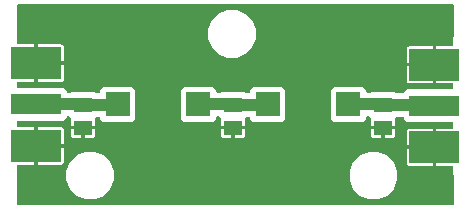
<source format=gbr>
G04 EAGLE Gerber RS-274X export*
G75*
%MOMM*%
%FSLAX34Y34*%
%LPD*%
%INTop Copper*%
%IPPOS*%
%AMOC8*
5,1,8,0,0,1.08239X$1,22.5*%
G01*
%ADD10R,4.191000X1.778000*%
%ADD11R,4.191000X2.667000*%
%ADD12R,2.000000X2.000000*%
%ADD13R,1.500000X1.300000*%
%ADD14C,1.500000*%
%ADD15C,1.000000*%

G36*
X374194Y5085D02*
X374194Y5085D01*
X374219Y5082D01*
X374314Y5104D01*
X374411Y5120D01*
X374432Y5132D01*
X374456Y5138D01*
X374540Y5189D01*
X374626Y5235D01*
X374643Y5253D01*
X374664Y5266D01*
X374726Y5342D01*
X374793Y5413D01*
X374803Y5436D01*
X374819Y5455D01*
X374853Y5546D01*
X374894Y5636D01*
X374896Y5660D01*
X374905Y5683D01*
X374919Y5830D01*
X374919Y30335D01*
X374903Y30431D01*
X374894Y30528D01*
X374884Y30551D01*
X374880Y30576D01*
X374834Y30662D01*
X374793Y30751D01*
X374772Y30776D01*
X374765Y30791D01*
X374746Y30808D01*
X374700Y30865D01*
X374649Y30916D01*
X374649Y37329D01*
X374647Y37342D01*
X374648Y37347D01*
X374646Y37356D01*
X374648Y37378D01*
X374626Y37473D01*
X374610Y37570D01*
X374598Y37591D01*
X374592Y37615D01*
X374541Y37699D01*
X374495Y37785D01*
X374477Y37802D01*
X374464Y37823D01*
X374388Y37885D01*
X374317Y37952D01*
X374294Y37962D01*
X374275Y37978D01*
X374184Y38012D01*
X374094Y38053D01*
X374070Y38055D01*
X374047Y38064D01*
X373900Y38078D01*
X360075Y38078D01*
X360075Y53204D01*
X360071Y53228D01*
X360074Y53252D01*
X360051Y53348D01*
X360035Y53445D01*
X360024Y53466D01*
X360018Y53490D01*
X359967Y53573D01*
X359920Y53660D01*
X359903Y53677D01*
X359890Y53697D01*
X359814Y53760D01*
X359742Y53827D01*
X359720Y53837D01*
X359701Y53852D01*
X359610Y53887D01*
X359520Y53928D01*
X359496Y53930D01*
X359473Y53939D01*
X359326Y53953D01*
X358575Y53953D01*
X358575Y53955D01*
X359326Y53955D01*
X359350Y53959D01*
X359374Y53956D01*
X359470Y53979D01*
X359567Y53995D01*
X359588Y54006D01*
X359612Y54012D01*
X359695Y54063D01*
X359782Y54110D01*
X359799Y54127D01*
X359819Y54140D01*
X359882Y54216D01*
X359949Y54288D01*
X359959Y54310D01*
X359974Y54329D01*
X360009Y54420D01*
X360050Y54510D01*
X360052Y54534D01*
X360061Y54557D01*
X360075Y54704D01*
X360075Y69830D01*
X373900Y69830D01*
X373924Y69834D01*
X373949Y69831D01*
X374044Y69853D01*
X374141Y69869D01*
X374162Y69881D01*
X374186Y69887D01*
X374270Y69938D01*
X374356Y69984D01*
X374373Y70002D01*
X374394Y70015D01*
X374456Y70091D01*
X374523Y70162D01*
X374533Y70185D01*
X374549Y70204D01*
X374583Y70295D01*
X374624Y70385D01*
X374626Y70409D01*
X374635Y70432D01*
X374649Y70579D01*
X374649Y74180D01*
X374645Y74204D01*
X374648Y74229D01*
X374626Y74324D01*
X374610Y74421D01*
X374598Y74442D01*
X374592Y74466D01*
X374541Y74550D01*
X374495Y74636D01*
X374477Y74653D01*
X374464Y74674D01*
X374388Y74736D01*
X374317Y74803D01*
X374294Y74813D01*
X374275Y74829D01*
X374184Y74863D01*
X374094Y74904D01*
X374070Y74906D01*
X374047Y74915D01*
X373900Y74929D01*
X335517Y74929D01*
X332540Y77906D01*
X332540Y78680D01*
X332536Y78704D01*
X332539Y78729D01*
X332517Y78824D01*
X332501Y78921D01*
X332489Y78942D01*
X332483Y78966D01*
X332432Y79050D01*
X332386Y79136D01*
X332368Y79153D01*
X332355Y79174D01*
X332279Y79236D01*
X332208Y79303D01*
X332185Y79313D01*
X332166Y79329D01*
X332075Y79363D01*
X331985Y79404D01*
X331961Y79406D01*
X331938Y79415D01*
X331791Y79429D01*
X326375Y79429D01*
X326278Y79413D01*
X326182Y79404D01*
X326159Y79394D01*
X326134Y79390D01*
X326048Y79344D01*
X325959Y79303D01*
X325934Y79282D01*
X325919Y79275D01*
X325902Y79256D01*
X325845Y79210D01*
X325091Y78456D01*
X325048Y78396D01*
X324998Y78343D01*
X324978Y78298D01*
X324949Y78257D01*
X324927Y78187D01*
X324897Y78120D01*
X324892Y78071D01*
X324878Y78024D01*
X324880Y77950D01*
X324873Y77878D01*
X324885Y77805D01*
X324886Y77780D01*
X324892Y77764D01*
X324897Y77732D01*
X325001Y77344D01*
X325001Y72009D01*
X315710Y72009D01*
X315686Y72005D01*
X315662Y72008D01*
X315566Y71985D01*
X315469Y71969D01*
X315448Y71958D01*
X315424Y71952D01*
X315341Y71901D01*
X315254Y71854D01*
X315237Y71837D01*
X315217Y71824D01*
X315154Y71748D01*
X315087Y71676D01*
X315077Y71654D01*
X315062Y71635D01*
X315027Y71544D01*
X314986Y71454D01*
X314984Y71430D01*
X314975Y71407D01*
X314961Y71260D01*
X314961Y70509D01*
X314959Y70509D01*
X314959Y71260D01*
X314955Y71284D01*
X314958Y71308D01*
X314935Y71404D01*
X314919Y71501D01*
X314908Y71522D01*
X314902Y71546D01*
X314851Y71629D01*
X314804Y71716D01*
X314787Y71733D01*
X314774Y71753D01*
X314698Y71816D01*
X314626Y71883D01*
X314604Y71893D01*
X314585Y71908D01*
X314494Y71943D01*
X314404Y71984D01*
X314380Y71986D01*
X314357Y71995D01*
X314210Y72009D01*
X304919Y72009D01*
X304919Y77344D01*
X305023Y77732D01*
X305030Y77805D01*
X305047Y77876D01*
X305042Y77925D01*
X305047Y77975D01*
X305030Y78046D01*
X305023Y78119D01*
X305003Y78164D01*
X304992Y78212D01*
X304953Y78275D01*
X304923Y78341D01*
X304876Y78399D01*
X304863Y78420D01*
X304850Y78430D01*
X304829Y78456D01*
X303415Y79870D01*
X303336Y79927D01*
X303260Y79989D01*
X303237Y79997D01*
X303217Y80012D01*
X303123Y80040D01*
X303032Y80075D01*
X302999Y80078D01*
X302983Y80083D01*
X302958Y80082D01*
X302885Y80089D01*
X301460Y80089D01*
X301436Y80085D01*
X301411Y80088D01*
X301316Y80066D01*
X301219Y80050D01*
X301198Y80038D01*
X301174Y80032D01*
X301090Y79981D01*
X301004Y79935D01*
X300987Y79917D01*
X300966Y79904D01*
X300904Y79828D01*
X300837Y79757D01*
X300827Y79734D01*
X300811Y79715D01*
X300777Y79624D01*
X300736Y79534D01*
X300734Y79510D01*
X300725Y79487D01*
X300711Y79340D01*
X300711Y78066D01*
X297734Y75089D01*
X273526Y75089D01*
X270549Y78066D01*
X270549Y102274D01*
X273526Y105251D01*
X297734Y105251D01*
X300711Y102274D01*
X300711Y101000D01*
X300715Y100976D01*
X300712Y100951D01*
X300734Y100856D01*
X300750Y100759D01*
X300762Y100738D01*
X300768Y100714D01*
X300819Y100630D01*
X300865Y100544D01*
X300883Y100527D01*
X300896Y100506D01*
X300972Y100444D01*
X301043Y100377D01*
X301066Y100367D01*
X301085Y100351D01*
X301176Y100317D01*
X301266Y100276D01*
X301290Y100274D01*
X301313Y100265D01*
X301460Y100251D01*
X304205Y100251D01*
X304301Y100267D01*
X304398Y100276D01*
X304421Y100286D01*
X304446Y100290D01*
X304532Y100336D01*
X304621Y100377D01*
X304646Y100398D01*
X304661Y100405D01*
X304678Y100424D01*
X304735Y100470D01*
X305356Y101091D01*
X324565Y101091D01*
X325845Y99810D01*
X325924Y99753D01*
X326000Y99691D01*
X326023Y99683D01*
X326043Y99668D01*
X326137Y99640D01*
X326228Y99605D01*
X326261Y99602D01*
X326277Y99597D01*
X326302Y99598D01*
X326375Y99591D01*
X331926Y99591D01*
X332022Y99607D01*
X332119Y99616D01*
X332142Y99626D01*
X332167Y99630D01*
X332253Y99676D01*
X332342Y99717D01*
X332367Y99738D01*
X332382Y99745D01*
X332399Y99764D01*
X332456Y99810D01*
X335517Y102871D01*
X373900Y102871D01*
X373924Y102875D01*
X373949Y102872D01*
X374044Y102894D01*
X374141Y102910D01*
X374162Y102922D01*
X374186Y102928D01*
X374270Y102979D01*
X374356Y103025D01*
X374373Y103043D01*
X374394Y103056D01*
X374456Y103132D01*
X374523Y103203D01*
X374533Y103226D01*
X374549Y103245D01*
X374583Y103336D01*
X374624Y103426D01*
X374626Y103450D01*
X374635Y103473D01*
X374649Y103620D01*
X374649Y107221D01*
X374645Y107245D01*
X374648Y107270D01*
X374626Y107365D01*
X374610Y107462D01*
X374598Y107483D01*
X374592Y107507D01*
X374541Y107591D01*
X374495Y107677D01*
X374477Y107694D01*
X374464Y107715D01*
X374388Y107777D01*
X374317Y107844D01*
X374294Y107854D01*
X374275Y107870D01*
X374184Y107904D01*
X374094Y107945D01*
X374070Y107947D01*
X374047Y107956D01*
X373900Y107970D01*
X360075Y107970D01*
X360075Y123096D01*
X360071Y123120D01*
X360074Y123144D01*
X360051Y123240D01*
X360035Y123337D01*
X360024Y123358D01*
X360018Y123382D01*
X359967Y123465D01*
X359920Y123552D01*
X359903Y123569D01*
X359890Y123589D01*
X359814Y123652D01*
X359742Y123719D01*
X359720Y123729D01*
X359701Y123744D01*
X359610Y123779D01*
X359520Y123820D01*
X359496Y123822D01*
X359473Y123831D01*
X359326Y123845D01*
X358575Y123845D01*
X358575Y123847D01*
X359326Y123847D01*
X359350Y123851D01*
X359374Y123848D01*
X359470Y123871D01*
X359567Y123887D01*
X359588Y123898D01*
X359612Y123904D01*
X359695Y123955D01*
X359782Y124002D01*
X359799Y124019D01*
X359819Y124032D01*
X359882Y124108D01*
X359949Y124180D01*
X359959Y124202D01*
X359974Y124221D01*
X360009Y124312D01*
X360050Y124402D01*
X360052Y124426D01*
X360061Y124449D01*
X360075Y124596D01*
X360075Y139722D01*
X373900Y139722D01*
X373924Y139726D01*
X373949Y139723D01*
X374044Y139745D01*
X374141Y139761D01*
X374162Y139773D01*
X374186Y139779D01*
X374270Y139830D01*
X374356Y139876D01*
X374373Y139894D01*
X374394Y139907D01*
X374456Y139983D01*
X374523Y140054D01*
X374533Y140077D01*
X374549Y140096D01*
X374583Y140187D01*
X374624Y140277D01*
X374626Y140301D01*
X374635Y140324D01*
X374649Y140471D01*
X374649Y146884D01*
X374700Y146935D01*
X374748Y147002D01*
X374766Y147022D01*
X374770Y147031D01*
X374819Y147090D01*
X374827Y147113D01*
X374842Y147133D01*
X374870Y147227D01*
X374905Y147318D01*
X374908Y147351D01*
X374913Y147367D01*
X374912Y147392D01*
X374919Y147465D01*
X374919Y174170D01*
X374915Y174194D01*
X374918Y174219D01*
X374896Y174314D01*
X374880Y174411D01*
X374868Y174432D01*
X374862Y174456D01*
X374811Y174540D01*
X374765Y174626D01*
X374747Y174643D01*
X374734Y174664D01*
X374658Y174726D01*
X374587Y174793D01*
X374564Y174803D01*
X374545Y174819D01*
X374454Y174853D01*
X374364Y174894D01*
X374340Y174896D01*
X374317Y174905D01*
X374170Y174919D01*
X5830Y174919D01*
X5806Y174915D01*
X5781Y174918D01*
X5686Y174896D01*
X5589Y174880D01*
X5568Y174868D01*
X5544Y174862D01*
X5460Y174811D01*
X5374Y174765D01*
X5357Y174747D01*
X5336Y174734D01*
X5274Y174658D01*
X5207Y174587D01*
X5197Y174564D01*
X5181Y174545D01*
X5147Y174454D01*
X5106Y174364D01*
X5104Y174340D01*
X5095Y174317D01*
X5081Y174170D01*
X5081Y141741D01*
X5085Y141717D01*
X5082Y141692D01*
X5104Y141597D01*
X5120Y141500D01*
X5132Y141479D01*
X5138Y141455D01*
X5189Y141371D01*
X5235Y141285D01*
X5253Y141268D01*
X5266Y141247D01*
X5342Y141185D01*
X5413Y141118D01*
X5436Y141108D01*
X5455Y141092D01*
X5546Y141058D01*
X5636Y141017D01*
X5660Y141015D01*
X5683Y141006D01*
X5830Y140992D01*
X19655Y140992D01*
X19655Y125866D01*
X19659Y125842D01*
X19656Y125818D01*
X19679Y125722D01*
X19695Y125625D01*
X19706Y125604D01*
X19712Y125580D01*
X19763Y125497D01*
X19810Y125410D01*
X19827Y125393D01*
X19840Y125373D01*
X19916Y125310D01*
X19988Y125243D01*
X20010Y125233D01*
X20029Y125218D01*
X20120Y125183D01*
X20210Y125142D01*
X20234Y125140D01*
X20257Y125131D01*
X20404Y125117D01*
X21155Y125117D01*
X21155Y125115D01*
X20404Y125115D01*
X20380Y125111D01*
X20356Y125114D01*
X20260Y125091D01*
X20163Y125075D01*
X20142Y125064D01*
X20118Y125058D01*
X20034Y125007D01*
X19948Y124960D01*
X19931Y124943D01*
X19911Y124930D01*
X19848Y124854D01*
X19781Y124782D01*
X19771Y124760D01*
X19756Y124741D01*
X19721Y124650D01*
X19680Y124560D01*
X19678Y124536D01*
X19669Y124513D01*
X19655Y124366D01*
X19655Y109240D01*
X5830Y109240D01*
X5806Y109236D01*
X5781Y109239D01*
X5686Y109217D01*
X5589Y109201D01*
X5568Y109189D01*
X5544Y109183D01*
X5460Y109132D01*
X5374Y109086D01*
X5357Y109068D01*
X5336Y109055D01*
X5274Y108979D01*
X5207Y108908D01*
X5197Y108885D01*
X5181Y108866D01*
X5147Y108775D01*
X5106Y108685D01*
X5104Y108661D01*
X5095Y108638D01*
X5081Y108491D01*
X5081Y104890D01*
X5085Y104866D01*
X5082Y104841D01*
X5105Y104746D01*
X5120Y104649D01*
X5132Y104628D01*
X5138Y104604D01*
X5189Y104520D01*
X5235Y104434D01*
X5253Y104417D01*
X5266Y104396D01*
X5342Y104334D01*
X5413Y104267D01*
X5436Y104257D01*
X5455Y104241D01*
X5546Y104207D01*
X5636Y104166D01*
X5660Y104164D01*
X5683Y104155D01*
X5830Y104141D01*
X44213Y104141D01*
X47190Y101164D01*
X47190Y101000D01*
X47194Y100976D01*
X47191Y100951D01*
X47213Y100856D01*
X47229Y100759D01*
X47241Y100738D01*
X47247Y100714D01*
X47298Y100630D01*
X47344Y100544D01*
X47362Y100527D01*
X47375Y100506D01*
X47451Y100444D01*
X47522Y100377D01*
X47545Y100367D01*
X47564Y100351D01*
X47655Y100317D01*
X47745Y100276D01*
X47769Y100274D01*
X47792Y100265D01*
X47939Y100251D01*
X50205Y100251D01*
X50302Y100267D01*
X50398Y100276D01*
X50421Y100286D01*
X50446Y100290D01*
X50532Y100336D01*
X50621Y100377D01*
X50646Y100398D01*
X50661Y100405D01*
X50678Y100424D01*
X50735Y100470D01*
X51355Y101091D01*
X70565Y101091D01*
X71845Y99810D01*
X71924Y99753D01*
X72000Y99691D01*
X72023Y99683D01*
X72043Y99668D01*
X72137Y99640D01*
X72228Y99605D01*
X72261Y99602D01*
X72277Y99597D01*
X72302Y99598D01*
X72375Y99591D01*
X74500Y99591D01*
X74524Y99595D01*
X74549Y99592D01*
X74644Y99614D01*
X74741Y99630D01*
X74762Y99642D01*
X74786Y99648D01*
X74870Y99699D01*
X74956Y99745D01*
X74973Y99763D01*
X74994Y99776D01*
X75056Y99852D01*
X75123Y99923D01*
X75133Y99946D01*
X75149Y99965D01*
X75183Y100056D01*
X75224Y100146D01*
X75226Y100170D01*
X75235Y100193D01*
X75249Y100340D01*
X75249Y102274D01*
X78226Y105251D01*
X102434Y105251D01*
X105411Y102274D01*
X105411Y78066D01*
X102434Y75089D01*
X78226Y75089D01*
X75249Y78066D01*
X75249Y78680D01*
X75245Y78704D01*
X75248Y78729D01*
X75226Y78824D01*
X75210Y78921D01*
X75198Y78942D01*
X75192Y78966D01*
X75141Y79050D01*
X75095Y79136D01*
X75077Y79153D01*
X75064Y79174D01*
X74988Y79236D01*
X74917Y79303D01*
X74894Y79313D01*
X74875Y79329D01*
X74784Y79363D01*
X74694Y79404D01*
X74670Y79406D01*
X74647Y79415D01*
X74500Y79429D01*
X72375Y79429D01*
X72278Y79413D01*
X72182Y79404D01*
X72159Y79394D01*
X72134Y79390D01*
X72048Y79344D01*
X71959Y79303D01*
X71934Y79282D01*
X71919Y79275D01*
X71902Y79256D01*
X71845Y79210D01*
X71091Y78456D01*
X71048Y78396D01*
X70998Y78343D01*
X70978Y78298D01*
X70949Y78257D01*
X70927Y78187D01*
X70897Y78120D01*
X70892Y78071D01*
X70878Y78024D01*
X70880Y77951D01*
X70873Y77878D01*
X70885Y77805D01*
X70886Y77780D01*
X70892Y77764D01*
X70897Y77732D01*
X71001Y77344D01*
X71001Y72009D01*
X61710Y72009D01*
X61686Y72005D01*
X61662Y72008D01*
X61566Y71985D01*
X61469Y71969D01*
X61448Y71958D01*
X61424Y71952D01*
X61341Y71901D01*
X61254Y71854D01*
X61237Y71837D01*
X61217Y71824D01*
X61154Y71748D01*
X61087Y71676D01*
X61077Y71654D01*
X61062Y71635D01*
X61027Y71544D01*
X60986Y71454D01*
X60984Y71430D01*
X60975Y71407D01*
X60961Y71260D01*
X60961Y70509D01*
X60959Y70509D01*
X60959Y71260D01*
X60955Y71284D01*
X60958Y71308D01*
X60935Y71404D01*
X60919Y71501D01*
X60908Y71522D01*
X60902Y71546D01*
X60851Y71629D01*
X60804Y71716D01*
X60787Y71733D01*
X60774Y71753D01*
X60698Y71816D01*
X60626Y71883D01*
X60604Y71893D01*
X60585Y71908D01*
X60494Y71943D01*
X60404Y71984D01*
X60380Y71986D01*
X60357Y71995D01*
X60210Y72009D01*
X50919Y72009D01*
X50919Y77344D01*
X51023Y77732D01*
X51030Y77805D01*
X51047Y77876D01*
X51042Y77925D01*
X51047Y77975D01*
X51030Y78046D01*
X51023Y78119D01*
X51003Y78164D01*
X50992Y78212D01*
X50953Y78275D01*
X50923Y78341D01*
X50876Y78399D01*
X50863Y78420D01*
X50850Y78430D01*
X50829Y78456D01*
X49415Y79870D01*
X49336Y79927D01*
X49260Y79989D01*
X49237Y79997D01*
X49217Y80012D01*
X49123Y80040D01*
X49032Y80075D01*
X48999Y80078D01*
X48983Y80083D01*
X48958Y80082D01*
X48885Y80089D01*
X47939Y80089D01*
X47915Y80085D01*
X47890Y80088D01*
X47795Y80066D01*
X47698Y80050D01*
X47677Y80038D01*
X47653Y80032D01*
X47569Y79981D01*
X47483Y79935D01*
X47466Y79917D01*
X47445Y79904D01*
X47383Y79828D01*
X47316Y79757D01*
X47306Y79734D01*
X47290Y79715D01*
X47256Y79624D01*
X47215Y79534D01*
X47213Y79510D01*
X47204Y79487D01*
X47190Y79340D01*
X47190Y79176D01*
X44213Y76199D01*
X5830Y76199D01*
X5806Y76195D01*
X5781Y76198D01*
X5686Y76176D01*
X5589Y76160D01*
X5568Y76148D01*
X5544Y76142D01*
X5460Y76091D01*
X5374Y76045D01*
X5357Y76027D01*
X5336Y76014D01*
X5274Y75938D01*
X5207Y75867D01*
X5197Y75844D01*
X5181Y75825D01*
X5147Y75734D01*
X5106Y75644D01*
X5104Y75620D01*
X5095Y75597D01*
X5081Y75450D01*
X5081Y71849D01*
X5085Y71825D01*
X5082Y71800D01*
X5104Y71705D01*
X5120Y71608D01*
X5132Y71587D01*
X5138Y71563D01*
X5189Y71479D01*
X5235Y71393D01*
X5253Y71376D01*
X5266Y71355D01*
X5342Y71293D01*
X5413Y71226D01*
X5436Y71216D01*
X5455Y71200D01*
X5546Y71166D01*
X5636Y71125D01*
X5660Y71123D01*
X5683Y71114D01*
X5830Y71100D01*
X19655Y71100D01*
X19655Y55974D01*
X19659Y55950D01*
X19656Y55926D01*
X19679Y55830D01*
X19695Y55733D01*
X19706Y55712D01*
X19712Y55688D01*
X19763Y55605D01*
X19810Y55518D01*
X19827Y55501D01*
X19840Y55481D01*
X19916Y55418D01*
X19988Y55351D01*
X20010Y55341D01*
X20029Y55326D01*
X20120Y55291D01*
X20210Y55250D01*
X20234Y55248D01*
X20257Y55239D01*
X20404Y55225D01*
X21155Y55225D01*
X21155Y55223D01*
X20404Y55223D01*
X20380Y55219D01*
X20356Y55222D01*
X20260Y55199D01*
X20163Y55183D01*
X20142Y55172D01*
X20118Y55166D01*
X20034Y55115D01*
X19948Y55068D01*
X19931Y55051D01*
X19911Y55038D01*
X19848Y54962D01*
X19781Y54890D01*
X19771Y54868D01*
X19756Y54849D01*
X19721Y54758D01*
X19680Y54668D01*
X19678Y54644D01*
X19669Y54621D01*
X19655Y54474D01*
X19655Y39348D01*
X5830Y39348D01*
X5806Y39344D01*
X5781Y39347D01*
X5686Y39325D01*
X5589Y39309D01*
X5568Y39297D01*
X5544Y39291D01*
X5460Y39240D01*
X5374Y39194D01*
X5357Y39176D01*
X5336Y39163D01*
X5274Y39087D01*
X5207Y39016D01*
X5197Y38993D01*
X5181Y38974D01*
X5147Y38883D01*
X5106Y38793D01*
X5104Y38769D01*
X5095Y38746D01*
X5081Y38599D01*
X5081Y5830D01*
X5085Y5806D01*
X5082Y5781D01*
X5104Y5686D01*
X5120Y5589D01*
X5132Y5568D01*
X5138Y5544D01*
X5189Y5460D01*
X5235Y5374D01*
X5253Y5357D01*
X5266Y5336D01*
X5342Y5274D01*
X5413Y5207D01*
X5436Y5197D01*
X5455Y5181D01*
X5546Y5147D01*
X5636Y5106D01*
X5660Y5104D01*
X5683Y5095D01*
X5830Y5081D01*
X374170Y5081D01*
X374194Y5085D01*
G37*
%LPC*%
G36*
X187959Y70509D02*
X187959Y70509D01*
X187959Y71260D01*
X187955Y71284D01*
X187958Y71308D01*
X187935Y71404D01*
X187919Y71501D01*
X187908Y71522D01*
X187902Y71546D01*
X187851Y71629D01*
X187804Y71716D01*
X187787Y71733D01*
X187774Y71753D01*
X187698Y71816D01*
X187626Y71883D01*
X187604Y71893D01*
X187585Y71908D01*
X187494Y71943D01*
X187404Y71984D01*
X187380Y71986D01*
X187357Y71995D01*
X187210Y72009D01*
X177919Y72009D01*
X177919Y77344D01*
X178023Y77732D01*
X178030Y77805D01*
X178047Y77876D01*
X178042Y77925D01*
X178047Y77975D01*
X178030Y78046D01*
X178023Y78119D01*
X178003Y78164D01*
X177992Y78212D01*
X177953Y78275D01*
X177923Y78341D01*
X177876Y78399D01*
X177863Y78420D01*
X177850Y78430D01*
X177829Y78456D01*
X176415Y79870D01*
X176336Y79927D01*
X176260Y79989D01*
X176237Y79997D01*
X176217Y80012D01*
X176123Y80040D01*
X176032Y80075D01*
X175999Y80078D01*
X175983Y80083D01*
X175958Y80082D01*
X175885Y80089D01*
X174460Y80089D01*
X174436Y80085D01*
X174411Y80088D01*
X174316Y80066D01*
X174219Y80050D01*
X174198Y80038D01*
X174174Y80032D01*
X174090Y79981D01*
X174004Y79935D01*
X173987Y79917D01*
X173966Y79904D01*
X173904Y79828D01*
X173837Y79757D01*
X173827Y79734D01*
X173811Y79715D01*
X173777Y79624D01*
X173736Y79534D01*
X173734Y79510D01*
X173725Y79487D01*
X173711Y79340D01*
X173711Y78066D01*
X170734Y75089D01*
X146526Y75089D01*
X143549Y78066D01*
X143549Y102274D01*
X146526Y105251D01*
X170734Y105251D01*
X173711Y102274D01*
X173711Y101000D01*
X173715Y100976D01*
X173712Y100951D01*
X173734Y100856D01*
X173750Y100759D01*
X173762Y100738D01*
X173768Y100714D01*
X173819Y100630D01*
X173865Y100544D01*
X173883Y100527D01*
X173896Y100506D01*
X173972Y100444D01*
X174043Y100377D01*
X174066Y100367D01*
X174085Y100351D01*
X174176Y100317D01*
X174266Y100276D01*
X174290Y100274D01*
X174313Y100265D01*
X174460Y100251D01*
X177205Y100251D01*
X177302Y100267D01*
X177398Y100276D01*
X177421Y100286D01*
X177446Y100290D01*
X177532Y100336D01*
X177621Y100377D01*
X177646Y100398D01*
X177661Y100405D01*
X177678Y100424D01*
X177735Y100470D01*
X178355Y101091D01*
X197565Y101091D01*
X198845Y99810D01*
X198924Y99753D01*
X199000Y99691D01*
X199023Y99683D01*
X199043Y99668D01*
X199137Y99640D01*
X199228Y99605D01*
X199261Y99602D01*
X199277Y99597D01*
X199302Y99598D01*
X199375Y99591D01*
X201500Y99591D01*
X201524Y99595D01*
X201549Y99592D01*
X201644Y99614D01*
X201741Y99630D01*
X201762Y99642D01*
X201786Y99648D01*
X201870Y99699D01*
X201956Y99745D01*
X201973Y99763D01*
X201994Y99776D01*
X202056Y99852D01*
X202123Y99923D01*
X202133Y99946D01*
X202149Y99965D01*
X202183Y100056D01*
X202224Y100146D01*
X202226Y100170D01*
X202235Y100193D01*
X202249Y100340D01*
X202249Y102274D01*
X205226Y105251D01*
X229434Y105251D01*
X232411Y102274D01*
X232411Y78066D01*
X229434Y75089D01*
X205226Y75089D01*
X202249Y78066D01*
X202249Y78680D01*
X202245Y78704D01*
X202248Y78729D01*
X202226Y78824D01*
X202210Y78921D01*
X202198Y78942D01*
X202192Y78966D01*
X202141Y79050D01*
X202095Y79136D01*
X202077Y79153D01*
X202064Y79174D01*
X201988Y79236D01*
X201917Y79303D01*
X201894Y79313D01*
X201875Y79329D01*
X201784Y79363D01*
X201694Y79404D01*
X201670Y79406D01*
X201647Y79415D01*
X201500Y79429D01*
X199375Y79429D01*
X199278Y79413D01*
X199182Y79404D01*
X199159Y79394D01*
X199134Y79390D01*
X199048Y79344D01*
X198959Y79303D01*
X198934Y79282D01*
X198919Y79275D01*
X198902Y79256D01*
X198845Y79210D01*
X198091Y78456D01*
X198048Y78396D01*
X197998Y78343D01*
X197978Y78298D01*
X197949Y78257D01*
X197927Y78187D01*
X197897Y78120D01*
X197892Y78071D01*
X197878Y78024D01*
X197880Y77950D01*
X197873Y77878D01*
X197885Y77805D01*
X197886Y77780D01*
X197892Y77764D01*
X197897Y77732D01*
X198001Y77344D01*
X198001Y72009D01*
X188710Y72009D01*
X188686Y72005D01*
X188662Y72008D01*
X188566Y71985D01*
X188469Y71969D01*
X188448Y71958D01*
X188424Y71952D01*
X188341Y71901D01*
X188254Y71854D01*
X188237Y71837D01*
X188217Y71824D01*
X188154Y71748D01*
X188087Y71676D01*
X188077Y71654D01*
X188062Y71635D01*
X188027Y71544D01*
X187986Y71454D01*
X187984Y71430D01*
X187975Y71407D01*
X187961Y71260D01*
X187961Y70509D01*
X187959Y70509D01*
G37*
%LPD*%
%LPC*%
G36*
X183006Y129919D02*
X183006Y129919D01*
X175625Y132976D01*
X169976Y138625D01*
X166919Y146006D01*
X166919Y153994D01*
X169976Y161375D01*
X175625Y167024D01*
X183006Y170081D01*
X190994Y170081D01*
X198375Y167024D01*
X204024Y161375D01*
X207081Y153994D01*
X207081Y146006D01*
X204024Y138625D01*
X198375Y132976D01*
X190994Y129919D01*
X183006Y129919D01*
G37*
%LPD*%
%LPC*%
G36*
X303006Y9919D02*
X303006Y9919D01*
X295625Y12976D01*
X289976Y18625D01*
X286919Y26006D01*
X286919Y33994D01*
X289976Y41375D01*
X295625Y47024D01*
X303006Y50081D01*
X310994Y50081D01*
X318375Y47024D01*
X324024Y41375D01*
X327081Y33994D01*
X327081Y26006D01*
X324024Y18625D01*
X318375Y12976D01*
X310994Y9919D01*
X303006Y9919D01*
G37*
%LPD*%
%LPC*%
G36*
X63006Y9919D02*
X63006Y9919D01*
X55625Y12976D01*
X49976Y18625D01*
X46919Y26006D01*
X46919Y33994D01*
X49976Y41375D01*
X55625Y47024D01*
X63006Y50081D01*
X70994Y50081D01*
X78375Y47024D01*
X84024Y41375D01*
X87081Y33994D01*
X87081Y26006D01*
X84024Y18625D01*
X78375Y12976D01*
X70994Y9919D01*
X63006Y9919D01*
G37*
%LPD*%
%LPC*%
G36*
X22653Y126615D02*
X22653Y126615D01*
X22653Y140992D01*
X42443Y140992D01*
X43090Y140819D01*
X43669Y140484D01*
X44142Y140011D01*
X44477Y139432D01*
X44650Y138785D01*
X44650Y126615D01*
X22653Y126615D01*
G37*
%LPD*%
%LPC*%
G36*
X22653Y56723D02*
X22653Y56723D01*
X22653Y71100D01*
X42443Y71100D01*
X43090Y70927D01*
X43669Y70592D01*
X44142Y70119D01*
X44477Y69540D01*
X44650Y68893D01*
X44650Y56723D01*
X22653Y56723D01*
G37*
%LPD*%
%LPC*%
G36*
X335080Y125345D02*
X335080Y125345D01*
X335080Y137515D01*
X335253Y138162D01*
X335588Y138741D01*
X336061Y139214D01*
X336640Y139549D01*
X337287Y139722D01*
X357077Y139722D01*
X357077Y125345D01*
X335080Y125345D01*
G37*
%LPD*%
%LPC*%
G36*
X335080Y55453D02*
X335080Y55453D01*
X335080Y67623D01*
X335253Y68270D01*
X335588Y68849D01*
X336061Y69322D01*
X336640Y69657D01*
X337287Y69830D01*
X357077Y69830D01*
X357077Y55453D01*
X335080Y55453D01*
G37*
%LPD*%
%LPC*%
G36*
X337287Y107970D02*
X337287Y107970D01*
X336640Y108143D01*
X336061Y108478D01*
X335588Y108951D01*
X335253Y109530D01*
X335080Y110177D01*
X335080Y122347D01*
X357077Y122347D01*
X357077Y107970D01*
X337287Y107970D01*
G37*
%LPD*%
%LPC*%
G36*
X337287Y38078D02*
X337287Y38078D01*
X336640Y38251D01*
X336061Y38586D01*
X335588Y39059D01*
X335253Y39638D01*
X335080Y40285D01*
X335080Y52455D01*
X357077Y52455D01*
X357077Y38078D01*
X337287Y38078D01*
G37*
%LPD*%
%LPC*%
G36*
X22653Y39348D02*
X22653Y39348D01*
X22653Y53725D01*
X44650Y53725D01*
X44650Y41555D01*
X44565Y41239D01*
X44477Y40908D01*
X44142Y40329D01*
X43669Y39856D01*
X43090Y39521D01*
X42443Y39348D01*
X22653Y39348D01*
G37*
%LPD*%
%LPC*%
G36*
X22653Y109240D02*
X22653Y109240D01*
X22653Y123617D01*
X44650Y123617D01*
X44650Y111447D01*
X44508Y110919D01*
X44477Y110800D01*
X44142Y110221D01*
X43669Y109748D01*
X43090Y109413D01*
X42443Y109240D01*
X22653Y109240D01*
G37*
%LPD*%
%LPC*%
G36*
X316459Y61469D02*
X316459Y61469D01*
X316459Y69011D01*
X325001Y69011D01*
X325001Y63676D01*
X324828Y63029D01*
X324493Y62450D01*
X324020Y61977D01*
X323441Y61642D01*
X322794Y61469D01*
X316459Y61469D01*
G37*
%LPD*%
%LPC*%
G36*
X189459Y61469D02*
X189459Y61469D01*
X189459Y69011D01*
X198001Y69011D01*
X198001Y63676D01*
X197828Y63029D01*
X197493Y62450D01*
X197020Y61977D01*
X196441Y61642D01*
X195794Y61469D01*
X189459Y61469D01*
G37*
%LPD*%
%LPC*%
G36*
X62459Y61469D02*
X62459Y61469D01*
X62459Y69011D01*
X71001Y69011D01*
X71001Y63676D01*
X70828Y63029D01*
X70493Y62450D01*
X70020Y61977D01*
X69441Y61642D01*
X68794Y61469D01*
X62459Y61469D01*
G37*
%LPD*%
%LPC*%
G36*
X307126Y61469D02*
X307126Y61469D01*
X306479Y61642D01*
X305900Y61977D01*
X305427Y62450D01*
X305092Y63029D01*
X304919Y63676D01*
X304919Y69011D01*
X313461Y69011D01*
X313461Y61469D01*
X307126Y61469D01*
G37*
%LPD*%
%LPC*%
G36*
X180126Y61469D02*
X180126Y61469D01*
X179479Y61642D01*
X178900Y61977D01*
X178427Y62450D01*
X178092Y63029D01*
X177919Y63676D01*
X177919Y69011D01*
X186461Y69011D01*
X186461Y61469D01*
X180126Y61469D01*
G37*
%LPD*%
%LPC*%
G36*
X53126Y61469D02*
X53126Y61469D01*
X52479Y61642D01*
X51900Y61977D01*
X51427Y62450D01*
X51092Y63029D01*
X50919Y63676D01*
X50919Y69011D01*
X59461Y69011D01*
X59461Y61469D01*
X53126Y61469D01*
G37*
%LPD*%
D10*
X21154Y90170D03*
D11*
X21154Y125116D03*
X21154Y55224D03*
D10*
X358576Y88900D03*
D11*
X358576Y53954D03*
X358576Y123846D03*
D12*
X158630Y90170D03*
X90330Y90170D03*
D13*
X60960Y70510D03*
X60960Y89510D03*
X187960Y70510D03*
X187960Y89510D03*
D12*
X285630Y90170D03*
X217330Y90170D03*
D13*
X314960Y70510D03*
X314960Y89510D03*
D14*
X187300Y30000D03*
D15*
X60300Y90170D02*
X21154Y90170D01*
X60300Y90170D02*
X60960Y89510D01*
X89670Y89510D01*
X90330Y90170D01*
X285630Y90170D02*
X314300Y90170D01*
X314960Y89510D01*
X357966Y89510D01*
X358576Y88900D01*
X187300Y90170D02*
X158630Y90170D01*
X187300Y90170D02*
X187960Y89510D01*
X216670Y89510D01*
X217330Y90170D01*
M02*

</source>
